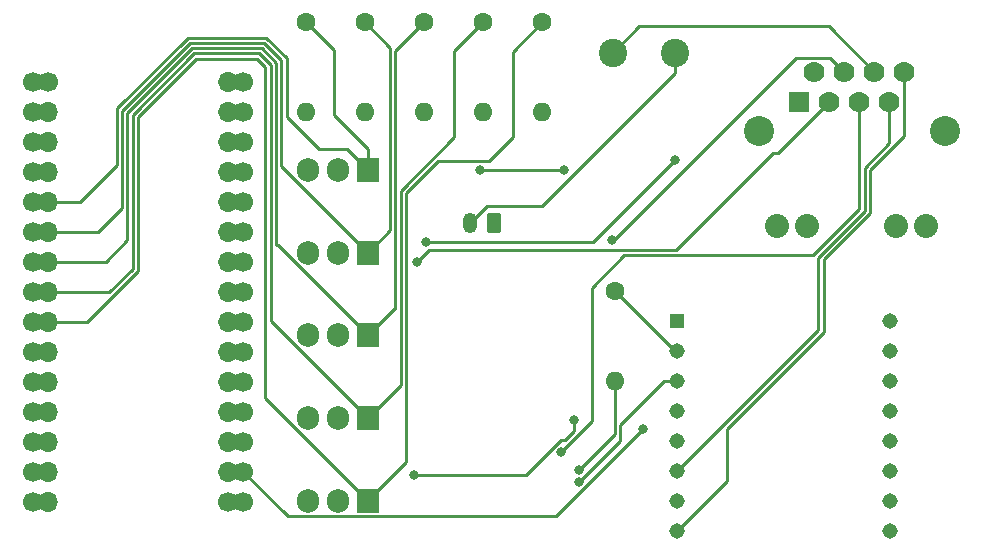
<source format=gbr>
%TF.GenerationSoftware,KiCad,Pcbnew,(6.0.6)*%
%TF.CreationDate,2022-06-23T08:54:45-07:00*%
%TF.ProjectId,KnightPCB,4b6e6967-6874-4504-9342-2e6b69636164,rev?*%
%TF.SameCoordinates,Original*%
%TF.FileFunction,Copper,L2,Bot*%
%TF.FilePolarity,Positive*%
%FSLAX46Y46*%
G04 Gerber Fmt 4.6, Leading zero omitted, Abs format (unit mm)*
G04 Created by KiCad (PCBNEW (6.0.6)) date 2022-06-23 08:54:45*
%MOMM*%
%LPD*%
G01*
G04 APERTURE LIST*
G04 Aperture macros list*
%AMRoundRect*
0 Rectangle with rounded corners*
0 $1 Rounding radius*
0 $2 $3 $4 $5 $6 $7 $8 $9 X,Y pos of 4 corners*
0 Add a 4 corners polygon primitive as box body*
4,1,4,$2,$3,$4,$5,$6,$7,$8,$9,$2,$3,0*
0 Add four circle primitives for the rounded corners*
1,1,$1+$1,$2,$3*
1,1,$1+$1,$4,$5*
1,1,$1+$1,$6,$7*
1,1,$1+$1,$8,$9*
0 Add four rect primitives between the rounded corners*
20,1,$1+$1,$2,$3,$4,$5,0*
20,1,$1+$1,$4,$5,$6,$7,0*
20,1,$1+$1,$6,$7,$8,$9,0*
20,1,$1+$1,$8,$9,$2,$3,0*%
G04 Aperture macros list end*
%TA.AperFunction,ComponentPad*%
%ADD10C,1.600000*%
%TD*%
%TA.AperFunction,ComponentPad*%
%ADD11O,1.600000X1.600000*%
%TD*%
%TA.AperFunction,ComponentPad*%
%ADD12R,1.308000X1.308000*%
%TD*%
%TA.AperFunction,ComponentPad*%
%ADD13C,1.308000*%
%TD*%
%TA.AperFunction,ComponentPad*%
%ADD14R,1.905000X2.000000*%
%TD*%
%TA.AperFunction,ComponentPad*%
%ADD15O,1.905000X2.000000*%
%TD*%
%TA.AperFunction,ComponentPad*%
%ADD16R,1.778000X1.778000*%
%TD*%
%TA.AperFunction,ComponentPad*%
%ADD17C,1.778000*%
%TD*%
%TA.AperFunction,ComponentPad*%
%ADD18C,2.032000*%
%TD*%
%TA.AperFunction,ComponentPad*%
%ADD19C,2.540000*%
%TD*%
%TA.AperFunction,ComponentPad*%
%ADD20C,2.400000*%
%TD*%
%TA.AperFunction,ComponentPad*%
%ADD21C,1.700000*%
%TD*%
%TA.AperFunction,ComponentPad*%
%ADD22O,1.700000X1.700000*%
%TD*%
%TA.AperFunction,ComponentPad*%
%ADD23RoundRect,0.250000X0.350000X0.625000X-0.350000X0.625000X-0.350000X-0.625000X0.350000X-0.625000X0*%
%TD*%
%TA.AperFunction,ComponentPad*%
%ADD24O,1.200000X1.750000*%
%TD*%
%TA.AperFunction,ViaPad*%
%ADD25C,0.800000*%
%TD*%
%TA.AperFunction,Conductor*%
%ADD26C,0.250000*%
%TD*%
G04 APERTURE END LIST*
D10*
%TO.P,R10,1*%
%TO.N,Net-(R10-Pad1)*%
X107750000Y-59380000D03*
D11*
%TO.P,R10,2*%
%TO.N,Net-(A1-Pad16)*%
X107750000Y-67000000D03*
%TD*%
D10*
%TO.P,R2,1*%
%TO.N,Net-(A1-Pad23)*%
X96567500Y-36615000D03*
D11*
%TO.P,R2,2*%
%TO.N,GND*%
X96567500Y-44235000D03*
%TD*%
D12*
%TO.P,U1,1,VCC*%
%TO.N,Net-(A1-Pad2)*%
X113015500Y-61910000D03*
D13*
%TO.P,U1,2,RX*%
%TO.N,Net-(R10-Pad1)*%
X113015500Y-64450000D03*
%TO.P,U1,3,TX*%
%TO.N,Net-(A1-Pad17)*%
X113015500Y-66990000D03*
%TO.P,U1,4,DAC_R*%
%TO.N,unconnected-(U1-Pad4)*%
X113015500Y-69530000D03*
%TO.P,U1,5,DAC_L*%
%TO.N,unconnected-(U1-Pad5)*%
X113015500Y-72070000D03*
%TO.P,U1,6,SPK1*%
%TO.N,Net-(J1-Pad7)*%
X113015500Y-74610000D03*
%TO.P,U1,7,GND*%
%TO.N,GND*%
X113015500Y-77150000D03*
%TO.P,U1,8,SPK2*%
%TO.N,Net-(J1-Pad8)*%
X113015500Y-79690000D03*
%TO.P,U1,9,IO1*%
%TO.N,unconnected-(U1-Pad9)*%
X131049500Y-79690000D03*
%TO.P,U1,10,GND*%
%TO.N,GND*%
X131049500Y-77150000D03*
%TO.P,U1,11,IO2*%
%TO.N,unconnected-(U1-Pad11)*%
X131049500Y-74610000D03*
%TO.P,U1,12,ADKEY1*%
%TO.N,unconnected-(U1-Pad12)*%
X131049500Y-72070000D03*
%TO.P,U1,13,ADKEY2*%
%TO.N,unconnected-(U1-Pad13)*%
X131049500Y-69530000D03*
%TO.P,U1,14,USB+*%
%TO.N,unconnected-(U1-Pad14)*%
X131049500Y-66990000D03*
%TO.P,U1,15,USB-*%
%TO.N,unconnected-(U1-Pad15)*%
X131049500Y-64450000D03*
%TO.P,U1,16,BUSY*%
%TO.N,unconnected-(U1-Pad16)*%
X131049500Y-61910000D03*
%TD*%
D14*
%TO.P,Q1,1,G*%
%TO.N,Net-(A1-Pad24)*%
X86800000Y-77105000D03*
D15*
%TO.P,Q1,2,D*%
%TO.N,Net-(J1-Pad5)*%
X84260000Y-77105000D03*
%TO.P,Q1,3,S*%
%TO.N,GND*%
X81720000Y-77105000D03*
%TD*%
D10*
%TO.P,R3,1*%
%TO.N,Net-(A1-Pad22)*%
X91567500Y-36615000D03*
D11*
%TO.P,R3,2*%
%TO.N,GND*%
X91567500Y-44235000D03*
%TD*%
D10*
%TO.P,R4,1*%
%TO.N,Net-(A1-Pad21)*%
X86567500Y-36615000D03*
D11*
%TO.P,R4,2*%
%TO.N,GND*%
X86567500Y-44235000D03*
%TD*%
D16*
%TO.P,J1,1*%
%TO.N,Net-(J1-Pad1)*%
X123350000Y-43355000D03*
D17*
%TO.P,J1,2*%
%TO.N,Net-(J1-Pad2)*%
X124620000Y-40815000D03*
%TO.P,J1,3*%
%TO.N,Net-(J1-Pad3)*%
X125890000Y-43355000D03*
%TO.P,J1,4*%
%TO.N,Net-(J1-Pad4)*%
X127160000Y-40815000D03*
%TO.P,J1,5*%
%TO.N,Net-(J1-Pad5)*%
X128430000Y-43355000D03*
%TO.P,J1,6*%
%TO.N,Net-(A1-Pad15)*%
X129700000Y-40815000D03*
%TO.P,J1,7*%
%TO.N,Net-(J1-Pad7)*%
X130970000Y-43355000D03*
%TO.P,J1,8*%
%TO.N,Net-(J1-Pad8)*%
X132240000Y-40815000D03*
D18*
%TO.P,J1,9*%
%TO.N,unconnected-(J1-Pad9)*%
X134094200Y-53819800D03*
%TO.P,J1,10*%
%TO.N,unconnected-(J1-Pad10)*%
X131579600Y-53819800D03*
%TO.P,J1,11*%
%TO.N,unconnected-(J1-Pad11)*%
X123985000Y-53819800D03*
%TO.P,J1,12*%
%TO.N,unconnected-(J1-Pad12)*%
X121470400Y-53819800D03*
D19*
%TO.P,J1,SH*%
%TO.N,unconnected-(J1-PadSH)*%
X135669000Y-45818800D03*
X119921000Y-45818800D03*
%TD*%
D10*
%TO.P,R5,1*%
%TO.N,Net-(A1-Pad20)*%
X81567500Y-36615000D03*
D11*
%TO.P,R5,2*%
%TO.N,GND*%
X81567500Y-44235000D03*
%TD*%
D14*
%TO.P,Q5,1,G*%
%TO.N,Net-(A1-Pad20)*%
X86800000Y-49105000D03*
D15*
%TO.P,Q5,2,D*%
%TO.N,Net-(J1-Pad1)*%
X84260000Y-49105000D03*
%TO.P,Q5,3,S*%
%TO.N,GND*%
X81720000Y-49105000D03*
%TD*%
D14*
%TO.P,Q3,1,G*%
%TO.N,Net-(A1-Pad22)*%
X86800000Y-63105000D03*
D15*
%TO.P,Q3,2,D*%
%TO.N,Net-(J1-Pad3)*%
X84260000Y-63105000D03*
%TO.P,Q3,3,S*%
%TO.N,GND*%
X81720000Y-63105000D03*
%TD*%
D10*
%TO.P,R1,1*%
%TO.N,Net-(A1-Pad24)*%
X101567500Y-36615000D03*
D11*
%TO.P,R1,2*%
%TO.N,GND*%
X101567500Y-44235000D03*
%TD*%
D20*
%TO.P,SW1,1,A*%
%TO.N,+12V*%
X112850000Y-39200000D03*
%TO.P,SW1,2,B*%
%TO.N,Net-(A1-Pad15)*%
X107550000Y-39200000D03*
%TD*%
D21*
%TO.P,A1,1,D13~*%
%TO.N,unconnected-(A1-Pad1)*%
X76290000Y-77205000D03*
X75020000Y-77205000D03*
D22*
%TO.P,A1,2,+3V3*%
%TO.N,Net-(A1-Pad2)*%
X75020000Y-74665000D03*
D21*
X76290000Y-74665000D03*
D22*
%TO.P,A1,3,AREF*%
%TO.N,unconnected-(A1-Pad3)*%
X75020000Y-72125000D03*
D21*
X76290000Y-72125000D03*
D22*
%TO.P,A1,4,A0*%
%TO.N,unconnected-(A1-Pad4)*%
X75020000Y-69585000D03*
D21*
X76290000Y-69585000D03*
D22*
%TO.P,A1,5,A1*%
%TO.N,unconnected-(A1-Pad5)*%
X75020000Y-67045000D03*
D21*
X76290000Y-67045000D03*
D22*
%TO.P,A1,6,A2*%
%TO.N,unconnected-(A1-Pad6)*%
X75020000Y-64505000D03*
D21*
X76290000Y-64505000D03*
D22*
%TO.P,A1,7,A3*%
%TO.N,unconnected-(A1-Pad7)*%
X75020000Y-61965000D03*
D21*
X76290000Y-61965000D03*
D22*
%TO.P,A1,8,A4*%
%TO.N,unconnected-(A1-Pad8)*%
X75020000Y-59425000D03*
D21*
X76290000Y-59425000D03*
%TO.P,A1,9,A5*%
%TO.N,unconnected-(A1-Pad9)*%
X76290000Y-56885000D03*
D22*
X75020000Y-56885000D03*
%TO.P,A1,10,A6*%
%TO.N,unconnected-(A1-Pad10)*%
X75020000Y-54345000D03*
D21*
X76290000Y-54345000D03*
D22*
%TO.P,A1,11,A7*%
%TO.N,unconnected-(A1-Pad11)*%
X75020000Y-51805000D03*
D21*
X76290000Y-51805000D03*
%TO.P,A1,12,+5V*%
%TO.N,unconnected-(A1-Pad12)*%
X76290000Y-49265000D03*
D22*
X75020000Y-49265000D03*
%TO.P,A1,13,RESET*%
%TO.N,unconnected-(A1-Pad13)*%
X75020000Y-46725000D03*
D21*
X76290000Y-46725000D03*
D22*
%TO.P,A1,14,GND*%
%TO.N,GND*%
X75020000Y-44185000D03*
D21*
X76290000Y-44185000D03*
%TO.P,A1,15,VIN*%
%TO.N,Net-(A1-Pad15)*%
X76290000Y-41645000D03*
D22*
X75020000Y-41645000D03*
D21*
%TO.P,A1,16,TX*%
%TO.N,Net-(A1-Pad16)*%
X58510000Y-41645000D03*
X59780000Y-41645000D03*
%TO.P,A1,17,RX*%
%TO.N,Net-(A1-Pad17)*%
X58510000Y-44185000D03*
D22*
X59780000Y-44185000D03*
D21*
%TO.P,A1,18,RESET*%
%TO.N,unconnected-(A1-Pad18)*%
X58510000Y-46725000D03*
D22*
X59780000Y-46725000D03*
D21*
%TO.P,A1,19,GND*%
%TO.N,GND*%
X58510000Y-49265000D03*
D22*
X59780000Y-49265000D03*
D21*
%TO.P,A1,20,~D2*%
%TO.N,Net-(A1-Pad20)*%
X58510000Y-51805000D03*
D22*
X59780000Y-51805000D03*
D21*
%TO.P,A1,21,~D3*%
%TO.N,Net-(A1-Pad21)*%
X58510000Y-54345000D03*
D22*
X59780000Y-54345000D03*
%TO.P,A1,22,~D4*%
%TO.N,Net-(A1-Pad22)*%
X59780000Y-56885000D03*
D21*
X58510000Y-56885000D03*
%TO.P,A1,23,~D5*%
%TO.N,Net-(A1-Pad23)*%
X58510000Y-59425000D03*
D22*
X59780000Y-59425000D03*
%TO.P,A1,24,~D6*%
%TO.N,Net-(A1-Pad24)*%
X59780000Y-61965000D03*
D21*
X58510000Y-61965000D03*
%TO.P,A1,25,~D7*%
%TO.N,unconnected-(A1-Pad25)*%
X58510000Y-64505000D03*
D22*
X59780000Y-64505000D03*
D21*
%TO.P,A1,26,~D8*%
%TO.N,unconnected-(A1-Pad26)*%
X58510000Y-67045000D03*
D22*
X59780000Y-67045000D03*
%TO.P,A1,27,~D9*%
%TO.N,unconnected-(A1-Pad27)*%
X59780000Y-69585000D03*
D21*
X58510000Y-69585000D03*
%TO.P,A1,28,~D10*%
%TO.N,unconnected-(A1-Pad28)*%
X58510000Y-72125000D03*
D22*
X59780000Y-72125000D03*
D21*
%TO.P,A1,29,CIPI*%
%TO.N,unconnected-(A1-Pad29)*%
X58510000Y-74665000D03*
D22*
X59780000Y-74665000D03*
%TO.P,A1,30,CIPO*%
%TO.N,unconnected-(A1-Pad30)*%
X59780000Y-77205000D03*
D21*
X58510000Y-77205000D03*
%TD*%
D14*
%TO.P,Q4,1,G*%
%TO.N,Net-(A1-Pad21)*%
X86800000Y-56105000D03*
D15*
%TO.P,Q4,2,D*%
%TO.N,Net-(J1-Pad2)*%
X84260000Y-56105000D03*
%TO.P,Q4,3,S*%
%TO.N,GND*%
X81720000Y-56105000D03*
%TD*%
D14*
%TO.P,Q2,1,G*%
%TO.N,Net-(A1-Pad23)*%
X86800000Y-70105000D03*
D15*
%TO.P,Q2,2,D*%
%TO.N,Net-(J1-Pad4)*%
X84260000Y-70105000D03*
%TO.P,Q2,3,S*%
%TO.N,GND*%
X81720000Y-70105000D03*
%TD*%
D23*
%TO.P,J0+12v1,1,Pin_1*%
%TO.N,GND*%
X97500000Y-53600000D03*
D24*
%TO.P,J0+12v1,2,Pin_2*%
%TO.N,+12V*%
X95500000Y-53600000D03*
%TD*%
D25*
%TO.N,Net-(A1-Pad2)*%
X110150000Y-71050000D03*
%TO.N,Net-(A1-Pad16)*%
X104700000Y-74500000D03*
%TO.N,Net-(J1-Pad1)*%
X96350000Y-49074500D03*
X103400000Y-49100000D03*
%TO.N,Net-(J1-Pad2)*%
X112850000Y-48300000D03*
X91722746Y-55230649D03*
%TO.N,Net-(J1-Pad4)*%
X107500000Y-55050000D03*
X104300000Y-70250000D03*
X90700000Y-74900000D03*
%TO.N,Net-(A1-Pad17)*%
X104659064Y-75515535D03*
%TO.N,Net-(J1-Pad3)*%
X91000000Y-56900000D03*
%TO.N,Net-(J1-Pad5)*%
X103200000Y-72950000D03*
%TD*%
D26*
%TO.N,Net-(A1-Pad2)*%
X88350000Y-78450000D02*
X102750000Y-78450000D01*
X76290000Y-74665000D02*
X80075000Y-78450000D01*
X102750000Y-78450000D02*
X110150000Y-71050000D01*
X80075000Y-78450000D02*
X88350000Y-78450000D01*
%TO.N,Net-(A1-Pad16)*%
X107750000Y-71450000D02*
X107750000Y-67000000D01*
X104700000Y-74500000D02*
X107750000Y-71450000D01*
%TO.N,Net-(A1-Pad15)*%
X125835000Y-36950000D02*
X109800000Y-36950000D01*
X129700000Y-40815000D02*
X125835000Y-36950000D01*
X109800000Y-36950000D02*
X107550000Y-39200000D01*
%TO.N,+12V*%
X96907890Y-52192110D02*
X95500000Y-53600000D01*
X112850000Y-39200000D02*
X112850000Y-40897056D01*
X101554946Y-52192110D02*
X96907890Y-52192110D01*
X112850000Y-40897056D02*
X101554946Y-52192110D01*
%TO.N,Net-(A1-Pad23)*%
X78600000Y-61905000D02*
X78600000Y-40213604D01*
X94150000Y-39032500D02*
X96567500Y-36615000D01*
X72113604Y-39250000D02*
X66900000Y-44463604D01*
X64938604Y-59425000D02*
X59780000Y-59425000D01*
X66900000Y-57463604D02*
X64938604Y-59425000D01*
X77636396Y-39250000D02*
X72113604Y-39250000D01*
X66900000Y-44463604D02*
X66900000Y-57463604D01*
X94150000Y-46313604D02*
X94150000Y-39032500D01*
X86800000Y-70105000D02*
X89600000Y-67305000D01*
X86800000Y-70105000D02*
X78600000Y-61905000D01*
X89600000Y-67305000D02*
X89600000Y-50863604D01*
X89600000Y-50863604D02*
X94150000Y-46313604D01*
X78600000Y-40213604D02*
X77636396Y-39250000D01*
%TO.N,Net-(J1-Pad1)*%
X96375500Y-49100000D02*
X96350000Y-49074500D01*
X103400000Y-49100000D02*
X96375500Y-49100000D01*
%TO.N,Net-(J1-Pad2)*%
X105919351Y-55230649D02*
X91722746Y-55230649D01*
X112850000Y-48300000D02*
X105919351Y-55230649D01*
%TO.N,Net-(J1-Pad4)*%
X104300000Y-71213604D02*
X103531802Y-71981802D01*
X100224695Y-74900000D02*
X95600000Y-74900000D01*
X127160000Y-40815000D02*
X125946000Y-39601000D01*
X125946000Y-39601000D02*
X123099000Y-39601000D01*
X103142893Y-71981802D02*
X100224695Y-74900000D01*
X104300000Y-70250000D02*
X104300000Y-71213604D01*
X95600000Y-74900000D02*
X90700000Y-74900000D01*
X123099000Y-39601000D02*
X108450000Y-54250000D01*
X107650000Y-55050000D02*
X107500000Y-55050000D01*
X108450000Y-54250000D02*
X107650000Y-55050000D01*
X103531802Y-71981802D02*
X103142893Y-71981802D01*
%TO.N,Net-(A1-Pad22)*%
X89100000Y-60850000D02*
X89150000Y-60800000D01*
X89150000Y-60800000D02*
X89150000Y-39032500D01*
X86800000Y-63105000D02*
X86800000Y-63057500D01*
X77822792Y-38800000D02*
X71927208Y-38800000D01*
X89150000Y-39032500D02*
X91567500Y-36615000D01*
X86800000Y-63105000D02*
X89055000Y-60850000D01*
X79242500Y-55500000D02*
X79100000Y-55500000D01*
X64615000Y-56885000D02*
X59780000Y-56885000D01*
X71927208Y-38800000D02*
X66450000Y-44277208D01*
X66450000Y-55050000D02*
X64615000Y-56885000D01*
X86800000Y-63057500D02*
X79242500Y-55500000D01*
X79050000Y-55450000D02*
X79050000Y-40027208D01*
X89055000Y-60850000D02*
X89100000Y-60850000D01*
X79100000Y-55500000D02*
X79050000Y-55450000D01*
X66450000Y-44277208D02*
X66450000Y-55050000D01*
X79050000Y-40027208D02*
X77822792Y-38800000D01*
%TO.N,Net-(A1-Pad21)*%
X88700000Y-54205000D02*
X88700000Y-38747500D01*
X79500000Y-39840812D02*
X78009188Y-38350000D01*
X63955000Y-54345000D02*
X59780000Y-54345000D01*
X66000000Y-52300000D02*
X63955000Y-54345000D01*
X86800000Y-56105000D02*
X79500000Y-48805000D01*
X78009188Y-38350000D02*
X71740812Y-38350000D01*
X79500000Y-48805000D02*
X79500000Y-39840812D01*
X71740812Y-38350000D02*
X66000000Y-44090812D01*
X88700000Y-38747500D02*
X86567500Y-36615000D01*
X86800000Y-56105000D02*
X88700000Y-54205000D01*
X66000000Y-44090812D02*
X66000000Y-52300000D01*
%TO.N,Net-(A1-Pad20)*%
X86800000Y-49105000D02*
X85072135Y-47377135D01*
X86800000Y-47350000D02*
X83950000Y-44500000D01*
X83950000Y-44500000D02*
X83950000Y-38997500D01*
X62445000Y-51805000D02*
X59780000Y-51805000D01*
X85072135Y-47377135D02*
X82665001Y-47377135D01*
X65550000Y-48700000D02*
X62445000Y-51805000D01*
X79950000Y-44662134D02*
X79950000Y-39654416D01*
X65550000Y-43904416D02*
X65550000Y-48700000D01*
X79950000Y-39654416D02*
X78195584Y-37900000D01*
X71554416Y-37900000D02*
X65550000Y-43904416D01*
X82665001Y-47377135D02*
X79950000Y-44662134D01*
X83950000Y-38997500D02*
X81567500Y-36615000D01*
X78195584Y-37900000D02*
X71554416Y-37900000D01*
X86800000Y-49105000D02*
X86800000Y-47350000D01*
%TO.N,Net-(A1-Pad24)*%
X67350000Y-44650000D02*
X67350000Y-57650000D01*
X77450000Y-39700000D02*
X72300000Y-39700000D01*
X63035000Y-61965000D02*
X59780000Y-61965000D01*
X97100000Y-48350000D02*
X99100000Y-46350000D01*
X90050000Y-73800000D02*
X90050000Y-51050000D01*
X78150000Y-40400000D02*
X77450000Y-39700000D01*
X72300000Y-39700000D02*
X67350000Y-44650000D01*
X90050000Y-51050000D02*
X92750000Y-48350000D01*
X92750000Y-48350000D02*
X97100000Y-48350000D01*
X67350000Y-57650000D02*
X63035000Y-61965000D01*
X86800000Y-77105000D02*
X86800000Y-77050000D01*
X86800000Y-77105000D02*
X78150000Y-68455000D01*
X86800000Y-77050000D02*
X90050000Y-73800000D01*
X99100000Y-46350000D02*
X99100000Y-39082500D01*
X78150000Y-68455000D02*
X78150000Y-40400000D01*
X99100000Y-39082500D02*
X101567500Y-36615000D01*
%TO.N,Net-(A1-Pad17)*%
X104659064Y-75515535D02*
X104709770Y-75515535D01*
X108200000Y-72025305D02*
X108200000Y-70700000D01*
X108200000Y-70700000D02*
X111910000Y-66990000D01*
X111910000Y-66990000D02*
X113015500Y-66990000D01*
X104709770Y-75515535D02*
X108200000Y-72025305D01*
%TO.N,Net-(J1-Pad3)*%
X94000000Y-55900000D02*
X92000000Y-55900000D01*
X112950000Y-55900000D02*
X94000000Y-55900000D01*
X125890000Y-43355000D02*
X121540601Y-47704399D01*
X92000000Y-55900000D02*
X91000000Y-56900000D01*
X121540601Y-47704399D02*
X121145601Y-47704399D01*
X121145601Y-47704399D02*
X112950000Y-55900000D01*
%TO.N,Net-(J1-Pad5)*%
X128430000Y-52420000D02*
X128430000Y-43355000D01*
X124500000Y-56350000D02*
X128430000Y-52420000D01*
X105800000Y-70350000D02*
X105800000Y-59081398D01*
X108531398Y-56350000D02*
X124500000Y-56350000D01*
X103200000Y-72950000D02*
X105800000Y-70350000D01*
X105800000Y-59081398D02*
X108531398Y-56350000D01*
%TO.N,Net-(J1-Pad7)*%
X128880000Y-52606396D02*
X128880000Y-48950000D01*
X113015500Y-74610000D02*
X124950000Y-62675500D01*
X130970000Y-46860000D02*
X130970000Y-43355000D01*
X124950000Y-56536396D02*
X128880000Y-52606396D01*
X128880000Y-48950000D02*
X130970000Y-46860000D01*
X124950000Y-62675500D02*
X124950000Y-56536396D01*
%TO.N,Net-(J1-Pad8)*%
X113015500Y-79690000D02*
X117230948Y-75474552D01*
X117230948Y-75474552D02*
X117230948Y-71030948D01*
X132240000Y-46226396D02*
X132240000Y-40815000D01*
X125436396Y-56686396D02*
X129330000Y-52792792D01*
X129330000Y-52792792D02*
X129330000Y-49136396D01*
X129330000Y-49136396D02*
X132240000Y-46226396D01*
X125436396Y-62825500D02*
X125436396Y-56686396D01*
X117230948Y-71030948D02*
X125436396Y-62825500D01*
%TO.N,Net-(R10-Pad1)*%
X107750000Y-59380000D02*
X112820000Y-64450000D01*
X112820000Y-64450000D02*
X113015500Y-64450000D01*
%TD*%
M02*

</source>
